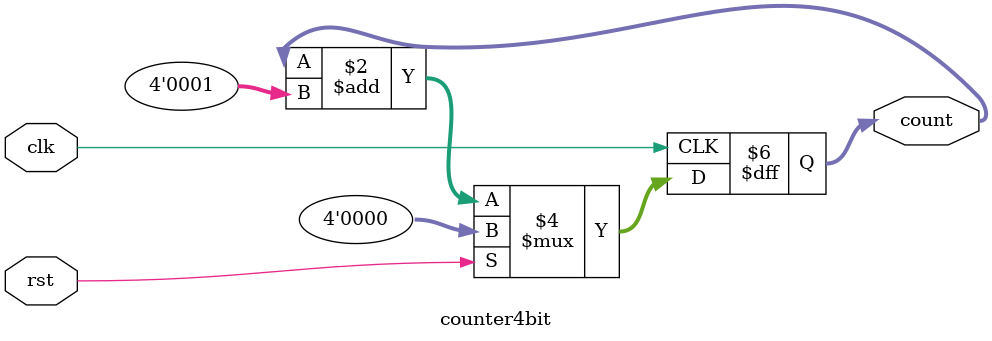
<source format=v>
`timescale 1ns/1ps
module counter4bit(
		   input clk,rst,
		   output reg [3:0]count
		   );
		   
always@(posedge clk)
if(rst)
count<=4'b0000;
else
count<=count+4'b0001;

endmodule

</source>
